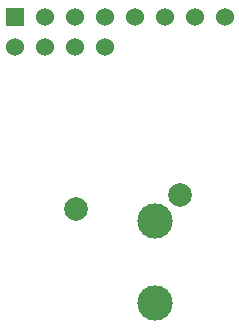
<source format=gbs>
G04 (created by PCBNEW (2013-07-07 BZR 4022)-stable) date 07/07/2014 09:14:03*
%MOIN*%
G04 Gerber Fmt 3.4, Leading zero omitted, Abs format*
%FSLAX34Y34*%
G01*
G70*
G90*
G04 APERTURE LIST*
%ADD10C,0.00590551*%
%ADD11R,0.06X0.06*%
%ADD12C,0.06*%
%ADD13C,0.11811*%
%ADD14C,0.0787402*%
G04 APERTURE END LIST*
G54D10*
G54D11*
X19500Y-7000D03*
G54D12*
X25500Y-7000D03*
X20500Y-7000D03*
X26500Y-7000D03*
X21500Y-7000D03*
X22500Y-7000D03*
X23500Y-7000D03*
X24500Y-7000D03*
X22500Y-8000D03*
X21500Y-8000D03*
X20500Y-8000D03*
X19500Y-8000D03*
G54D13*
X24187Y-13793D03*
X24187Y-16549D03*
G54D14*
X25014Y-12927D03*
X21549Y-13400D03*
M02*

</source>
